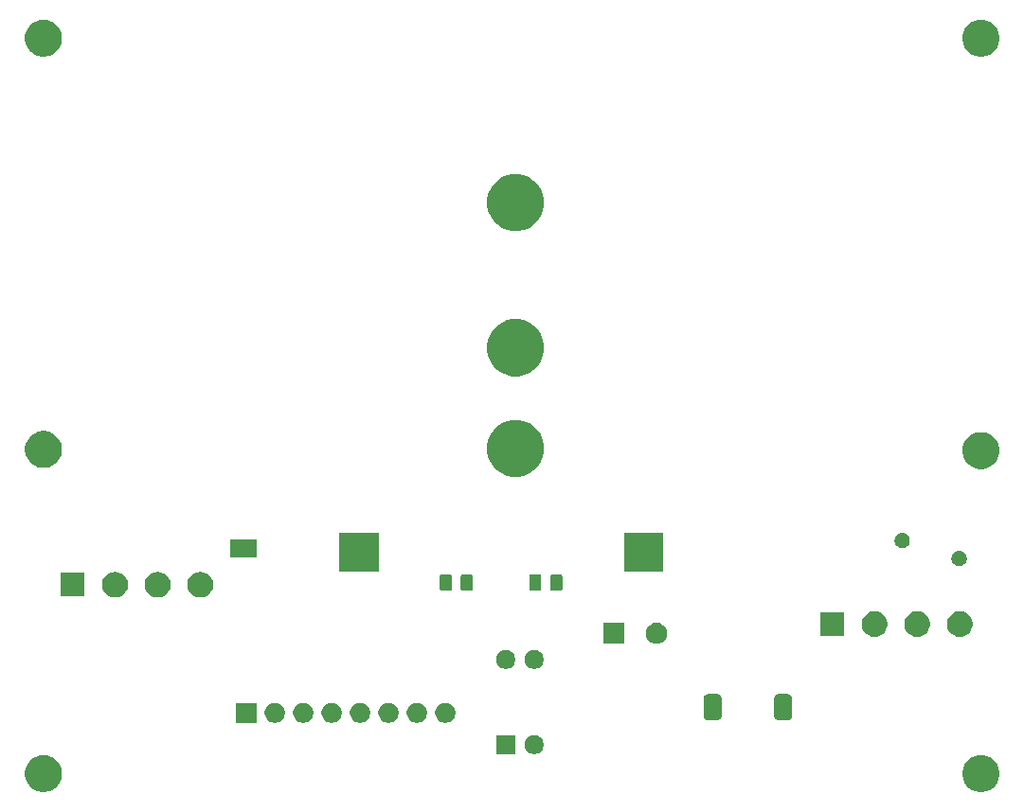
<source format=gbr>
G04 #@! TF.GenerationSoftware,KiCad,Pcbnew,(5.1.5)-3*
G04 #@! TF.CreationDate,2021-04-30T10:03:26+01:00*
G04 #@! TF.ProjectId,CurrentShuntCircuit,43757272-656e-4745-9368-756e74436972,1*
G04 #@! TF.SameCoordinates,Original*
G04 #@! TF.FileFunction,Soldermask,Top*
G04 #@! TF.FilePolarity,Negative*
%FSLAX46Y46*%
G04 Gerber Fmt 4.6, Leading zero omitted, Abs format (unit mm)*
G04 Created by KiCad (PCBNEW (5.1.5)-3) date 2021-04-30 10:03:26*
%MOMM*%
%LPD*%
G04 APERTURE LIST*
%ADD10C,0.100000*%
G04 APERTURE END LIST*
D10*
G36*
X227275256Y-125291298D02*
G01*
X227381579Y-125312447D01*
X227682042Y-125436903D01*
X227952451Y-125617585D01*
X228182415Y-125847549D01*
X228363097Y-126117958D01*
X228487553Y-126418421D01*
X228551000Y-126737391D01*
X228551000Y-127062609D01*
X228487553Y-127381579D01*
X228363097Y-127682042D01*
X228182415Y-127952451D01*
X227952451Y-128182415D01*
X227682042Y-128363097D01*
X227381579Y-128487553D01*
X227275256Y-128508702D01*
X227062611Y-128551000D01*
X226737389Y-128551000D01*
X226524744Y-128508702D01*
X226418421Y-128487553D01*
X226117958Y-128363097D01*
X225847549Y-128182415D01*
X225617585Y-127952451D01*
X225436903Y-127682042D01*
X225312447Y-127381579D01*
X225249000Y-127062609D01*
X225249000Y-126737391D01*
X225312447Y-126418421D01*
X225436903Y-126117958D01*
X225617585Y-125847549D01*
X225847549Y-125617585D01*
X226117958Y-125436903D01*
X226418421Y-125312447D01*
X226524744Y-125291298D01*
X226737389Y-125249000D01*
X227062611Y-125249000D01*
X227275256Y-125291298D01*
G37*
G36*
X143475256Y-125291298D02*
G01*
X143581579Y-125312447D01*
X143882042Y-125436903D01*
X144152451Y-125617585D01*
X144382415Y-125847549D01*
X144563097Y-126117958D01*
X144687553Y-126418421D01*
X144751000Y-126737391D01*
X144751000Y-127062609D01*
X144687553Y-127381579D01*
X144563097Y-127682042D01*
X144382415Y-127952451D01*
X144152451Y-128182415D01*
X143882042Y-128363097D01*
X143581579Y-128487553D01*
X143475256Y-128508702D01*
X143262611Y-128551000D01*
X142937389Y-128551000D01*
X142724744Y-128508702D01*
X142618421Y-128487553D01*
X142317958Y-128363097D01*
X142047549Y-128182415D01*
X141817585Y-127952451D01*
X141636903Y-127682042D01*
X141512447Y-127381579D01*
X141449000Y-127062609D01*
X141449000Y-126737391D01*
X141512447Y-126418421D01*
X141636903Y-126117958D01*
X141817585Y-125847549D01*
X142047549Y-125617585D01*
X142317958Y-125436903D01*
X142618421Y-125312447D01*
X142724744Y-125291298D01*
X142937389Y-125249000D01*
X143262611Y-125249000D01*
X143475256Y-125291298D01*
G37*
G36*
X185261000Y-125151000D02*
G01*
X183559000Y-125151000D01*
X183559000Y-123449000D01*
X185261000Y-123449000D01*
X185261000Y-125151000D01*
G37*
G36*
X187198228Y-123481703D02*
G01*
X187353100Y-123545853D01*
X187492481Y-123638985D01*
X187611015Y-123757519D01*
X187704147Y-123896900D01*
X187768297Y-124051772D01*
X187801000Y-124216184D01*
X187801000Y-124383816D01*
X187768297Y-124548228D01*
X187704147Y-124703100D01*
X187611015Y-124842481D01*
X187492481Y-124961015D01*
X187353100Y-125054147D01*
X187198228Y-125118297D01*
X187033816Y-125151000D01*
X186866184Y-125151000D01*
X186701772Y-125118297D01*
X186546900Y-125054147D01*
X186407519Y-124961015D01*
X186288985Y-124842481D01*
X186195853Y-124703100D01*
X186131703Y-124548228D01*
X186099000Y-124383816D01*
X186099000Y-124216184D01*
X186131703Y-124051772D01*
X186195853Y-123896900D01*
X186288985Y-123757519D01*
X186407519Y-123638985D01*
X186546900Y-123545853D01*
X186701772Y-123481703D01*
X186866184Y-123449000D01*
X187033816Y-123449000D01*
X187198228Y-123481703D01*
G37*
G36*
X171513512Y-120563927D02*
G01*
X171662812Y-120593624D01*
X171826784Y-120661544D01*
X171974354Y-120760147D01*
X172099853Y-120885646D01*
X172198456Y-121033216D01*
X172266376Y-121197188D01*
X172301000Y-121371259D01*
X172301000Y-121548741D01*
X172266376Y-121722812D01*
X172198456Y-121886784D01*
X172099853Y-122034354D01*
X171974354Y-122159853D01*
X171826784Y-122258456D01*
X171662812Y-122326376D01*
X171513512Y-122356073D01*
X171488742Y-122361000D01*
X171311258Y-122361000D01*
X171286488Y-122356073D01*
X171137188Y-122326376D01*
X170973216Y-122258456D01*
X170825646Y-122159853D01*
X170700147Y-122034354D01*
X170601544Y-121886784D01*
X170533624Y-121722812D01*
X170499000Y-121548741D01*
X170499000Y-121371259D01*
X170533624Y-121197188D01*
X170601544Y-121033216D01*
X170700147Y-120885646D01*
X170825646Y-120760147D01*
X170973216Y-120661544D01*
X171137188Y-120593624D01*
X171286488Y-120563927D01*
X171311258Y-120559000D01*
X171488742Y-120559000D01*
X171513512Y-120563927D01*
G37*
G36*
X162141000Y-122361000D02*
G01*
X160339000Y-122361000D01*
X160339000Y-120559000D01*
X162141000Y-120559000D01*
X162141000Y-122361000D01*
G37*
G36*
X163893512Y-120563927D02*
G01*
X164042812Y-120593624D01*
X164206784Y-120661544D01*
X164354354Y-120760147D01*
X164479853Y-120885646D01*
X164578456Y-121033216D01*
X164646376Y-121197188D01*
X164681000Y-121371259D01*
X164681000Y-121548741D01*
X164646376Y-121722812D01*
X164578456Y-121886784D01*
X164479853Y-122034354D01*
X164354354Y-122159853D01*
X164206784Y-122258456D01*
X164042812Y-122326376D01*
X163893512Y-122356073D01*
X163868742Y-122361000D01*
X163691258Y-122361000D01*
X163666488Y-122356073D01*
X163517188Y-122326376D01*
X163353216Y-122258456D01*
X163205646Y-122159853D01*
X163080147Y-122034354D01*
X162981544Y-121886784D01*
X162913624Y-121722812D01*
X162879000Y-121548741D01*
X162879000Y-121371259D01*
X162913624Y-121197188D01*
X162981544Y-121033216D01*
X163080147Y-120885646D01*
X163205646Y-120760147D01*
X163353216Y-120661544D01*
X163517188Y-120593624D01*
X163666488Y-120563927D01*
X163691258Y-120559000D01*
X163868742Y-120559000D01*
X163893512Y-120563927D01*
G37*
G36*
X166433512Y-120563927D02*
G01*
X166582812Y-120593624D01*
X166746784Y-120661544D01*
X166894354Y-120760147D01*
X167019853Y-120885646D01*
X167118456Y-121033216D01*
X167186376Y-121197188D01*
X167221000Y-121371259D01*
X167221000Y-121548741D01*
X167186376Y-121722812D01*
X167118456Y-121886784D01*
X167019853Y-122034354D01*
X166894354Y-122159853D01*
X166746784Y-122258456D01*
X166582812Y-122326376D01*
X166433512Y-122356073D01*
X166408742Y-122361000D01*
X166231258Y-122361000D01*
X166206488Y-122356073D01*
X166057188Y-122326376D01*
X165893216Y-122258456D01*
X165745646Y-122159853D01*
X165620147Y-122034354D01*
X165521544Y-121886784D01*
X165453624Y-121722812D01*
X165419000Y-121548741D01*
X165419000Y-121371259D01*
X165453624Y-121197188D01*
X165521544Y-121033216D01*
X165620147Y-120885646D01*
X165745646Y-120760147D01*
X165893216Y-120661544D01*
X166057188Y-120593624D01*
X166206488Y-120563927D01*
X166231258Y-120559000D01*
X166408742Y-120559000D01*
X166433512Y-120563927D01*
G37*
G36*
X168973512Y-120563927D02*
G01*
X169122812Y-120593624D01*
X169286784Y-120661544D01*
X169434354Y-120760147D01*
X169559853Y-120885646D01*
X169658456Y-121033216D01*
X169726376Y-121197188D01*
X169761000Y-121371259D01*
X169761000Y-121548741D01*
X169726376Y-121722812D01*
X169658456Y-121886784D01*
X169559853Y-122034354D01*
X169434354Y-122159853D01*
X169286784Y-122258456D01*
X169122812Y-122326376D01*
X168973512Y-122356073D01*
X168948742Y-122361000D01*
X168771258Y-122361000D01*
X168746488Y-122356073D01*
X168597188Y-122326376D01*
X168433216Y-122258456D01*
X168285646Y-122159853D01*
X168160147Y-122034354D01*
X168061544Y-121886784D01*
X167993624Y-121722812D01*
X167959000Y-121548741D01*
X167959000Y-121371259D01*
X167993624Y-121197188D01*
X168061544Y-121033216D01*
X168160147Y-120885646D01*
X168285646Y-120760147D01*
X168433216Y-120661544D01*
X168597188Y-120593624D01*
X168746488Y-120563927D01*
X168771258Y-120559000D01*
X168948742Y-120559000D01*
X168973512Y-120563927D01*
G37*
G36*
X174053512Y-120563927D02*
G01*
X174202812Y-120593624D01*
X174366784Y-120661544D01*
X174514354Y-120760147D01*
X174639853Y-120885646D01*
X174738456Y-121033216D01*
X174806376Y-121197188D01*
X174841000Y-121371259D01*
X174841000Y-121548741D01*
X174806376Y-121722812D01*
X174738456Y-121886784D01*
X174639853Y-122034354D01*
X174514354Y-122159853D01*
X174366784Y-122258456D01*
X174202812Y-122326376D01*
X174053512Y-122356073D01*
X174028742Y-122361000D01*
X173851258Y-122361000D01*
X173826488Y-122356073D01*
X173677188Y-122326376D01*
X173513216Y-122258456D01*
X173365646Y-122159853D01*
X173240147Y-122034354D01*
X173141544Y-121886784D01*
X173073624Y-121722812D01*
X173039000Y-121548741D01*
X173039000Y-121371259D01*
X173073624Y-121197188D01*
X173141544Y-121033216D01*
X173240147Y-120885646D01*
X173365646Y-120760147D01*
X173513216Y-120661544D01*
X173677188Y-120593624D01*
X173826488Y-120563927D01*
X173851258Y-120559000D01*
X174028742Y-120559000D01*
X174053512Y-120563927D01*
G37*
G36*
X176593512Y-120563927D02*
G01*
X176742812Y-120593624D01*
X176906784Y-120661544D01*
X177054354Y-120760147D01*
X177179853Y-120885646D01*
X177278456Y-121033216D01*
X177346376Y-121197188D01*
X177381000Y-121371259D01*
X177381000Y-121548741D01*
X177346376Y-121722812D01*
X177278456Y-121886784D01*
X177179853Y-122034354D01*
X177054354Y-122159853D01*
X176906784Y-122258456D01*
X176742812Y-122326376D01*
X176593512Y-122356073D01*
X176568742Y-122361000D01*
X176391258Y-122361000D01*
X176366488Y-122356073D01*
X176217188Y-122326376D01*
X176053216Y-122258456D01*
X175905646Y-122159853D01*
X175780147Y-122034354D01*
X175681544Y-121886784D01*
X175613624Y-121722812D01*
X175579000Y-121548741D01*
X175579000Y-121371259D01*
X175613624Y-121197188D01*
X175681544Y-121033216D01*
X175780147Y-120885646D01*
X175905646Y-120760147D01*
X176053216Y-120661544D01*
X176217188Y-120593624D01*
X176366488Y-120563927D01*
X176391258Y-120559000D01*
X176568742Y-120559000D01*
X176593512Y-120563927D01*
G37*
G36*
X179133512Y-120563927D02*
G01*
X179282812Y-120593624D01*
X179446784Y-120661544D01*
X179594354Y-120760147D01*
X179719853Y-120885646D01*
X179818456Y-121033216D01*
X179886376Y-121197188D01*
X179921000Y-121371259D01*
X179921000Y-121548741D01*
X179886376Y-121722812D01*
X179818456Y-121886784D01*
X179719853Y-122034354D01*
X179594354Y-122159853D01*
X179446784Y-122258456D01*
X179282812Y-122326376D01*
X179133512Y-122356073D01*
X179108742Y-122361000D01*
X178931258Y-122361000D01*
X178906488Y-122356073D01*
X178757188Y-122326376D01*
X178593216Y-122258456D01*
X178445646Y-122159853D01*
X178320147Y-122034354D01*
X178221544Y-121886784D01*
X178153624Y-121722812D01*
X178119000Y-121548741D01*
X178119000Y-121371259D01*
X178153624Y-121197188D01*
X178221544Y-121033216D01*
X178320147Y-120885646D01*
X178445646Y-120760147D01*
X178593216Y-120661544D01*
X178757188Y-120593624D01*
X178906488Y-120563927D01*
X178931258Y-120559000D01*
X179108742Y-120559000D01*
X179133512Y-120563927D01*
G37*
G36*
X209738823Y-119796087D02*
G01*
X209802111Y-119815286D01*
X209860449Y-119846468D01*
X209911575Y-119888425D01*
X209953532Y-119939551D01*
X209984714Y-119997889D01*
X210003913Y-120061177D01*
X210011000Y-120133138D01*
X210011000Y-121746862D01*
X210003913Y-121818823D01*
X209984714Y-121882111D01*
X209953532Y-121940449D01*
X209911575Y-121991575D01*
X209860449Y-122033532D01*
X209802111Y-122064714D01*
X209738823Y-122083913D01*
X209666862Y-122091000D01*
X208753138Y-122091000D01*
X208681177Y-122083913D01*
X208617889Y-122064714D01*
X208559551Y-122033532D01*
X208508425Y-121991575D01*
X208466468Y-121940449D01*
X208435286Y-121882111D01*
X208416087Y-121818823D01*
X208409000Y-121746862D01*
X208409000Y-120133138D01*
X208416087Y-120061177D01*
X208435286Y-119997889D01*
X208466468Y-119939551D01*
X208508425Y-119888425D01*
X208559551Y-119846468D01*
X208617889Y-119815286D01*
X208681177Y-119796087D01*
X208753138Y-119789000D01*
X209666862Y-119789000D01*
X209738823Y-119796087D01*
G37*
G36*
X203438823Y-119796087D02*
G01*
X203502111Y-119815286D01*
X203560449Y-119846468D01*
X203611575Y-119888425D01*
X203653532Y-119939551D01*
X203684714Y-119997889D01*
X203703913Y-120061177D01*
X203711000Y-120133138D01*
X203711000Y-121746862D01*
X203703913Y-121818823D01*
X203684714Y-121882111D01*
X203653532Y-121940449D01*
X203611575Y-121991575D01*
X203560449Y-122033532D01*
X203502111Y-122064714D01*
X203438823Y-122083913D01*
X203366862Y-122091000D01*
X202453138Y-122091000D01*
X202381177Y-122083913D01*
X202317889Y-122064714D01*
X202259551Y-122033532D01*
X202208425Y-121991575D01*
X202166468Y-121940449D01*
X202135286Y-121882111D01*
X202116087Y-121818823D01*
X202109000Y-121746862D01*
X202109000Y-120133138D01*
X202116087Y-120061177D01*
X202135286Y-119997889D01*
X202166468Y-119939551D01*
X202208425Y-119888425D01*
X202259551Y-119846468D01*
X202317889Y-119815286D01*
X202381177Y-119796087D01*
X202453138Y-119789000D01*
X203366862Y-119789000D01*
X203438823Y-119796087D01*
G37*
G36*
X184658228Y-115861703D02*
G01*
X184813100Y-115925853D01*
X184952481Y-116018985D01*
X185071015Y-116137519D01*
X185164147Y-116276900D01*
X185228297Y-116431772D01*
X185261000Y-116596184D01*
X185261000Y-116763816D01*
X185228297Y-116928228D01*
X185164147Y-117083100D01*
X185071015Y-117222481D01*
X184952481Y-117341015D01*
X184813100Y-117434147D01*
X184658228Y-117498297D01*
X184493816Y-117531000D01*
X184326184Y-117531000D01*
X184161772Y-117498297D01*
X184006900Y-117434147D01*
X183867519Y-117341015D01*
X183748985Y-117222481D01*
X183655853Y-117083100D01*
X183591703Y-116928228D01*
X183559000Y-116763816D01*
X183559000Y-116596184D01*
X183591703Y-116431772D01*
X183655853Y-116276900D01*
X183748985Y-116137519D01*
X183867519Y-116018985D01*
X184006900Y-115925853D01*
X184161772Y-115861703D01*
X184326184Y-115829000D01*
X184493816Y-115829000D01*
X184658228Y-115861703D01*
G37*
G36*
X187198228Y-115861703D02*
G01*
X187353100Y-115925853D01*
X187492481Y-116018985D01*
X187611015Y-116137519D01*
X187704147Y-116276900D01*
X187768297Y-116431772D01*
X187801000Y-116596184D01*
X187801000Y-116763816D01*
X187768297Y-116928228D01*
X187704147Y-117083100D01*
X187611015Y-117222481D01*
X187492481Y-117341015D01*
X187353100Y-117434147D01*
X187198228Y-117498297D01*
X187033816Y-117531000D01*
X186866184Y-117531000D01*
X186701772Y-117498297D01*
X186546900Y-117434147D01*
X186407519Y-117341015D01*
X186288985Y-117222481D01*
X186195853Y-117083100D01*
X186131703Y-116928228D01*
X186099000Y-116763816D01*
X186099000Y-116596184D01*
X186131703Y-116431772D01*
X186195853Y-116276900D01*
X186288985Y-116137519D01*
X186407519Y-116018985D01*
X186546900Y-115925853D01*
X186701772Y-115861703D01*
X186866184Y-115829000D01*
X187033816Y-115829000D01*
X187198228Y-115861703D01*
G37*
G36*
X195031000Y-115301000D02*
G01*
X193129000Y-115301000D01*
X193129000Y-113399000D01*
X195031000Y-113399000D01*
X195031000Y-115301000D01*
G37*
G36*
X198157395Y-113435546D02*
G01*
X198330466Y-113507234D01*
X198330467Y-113507235D01*
X198486227Y-113611310D01*
X198618690Y-113743773D01*
X198618691Y-113743775D01*
X198722766Y-113899534D01*
X198794454Y-114072605D01*
X198831000Y-114256333D01*
X198831000Y-114443667D01*
X198794454Y-114627395D01*
X198722766Y-114800466D01*
X198722765Y-114800467D01*
X198618690Y-114956227D01*
X198486227Y-115088690D01*
X198407818Y-115141081D01*
X198330466Y-115192766D01*
X198157395Y-115264454D01*
X197973667Y-115301000D01*
X197786333Y-115301000D01*
X197602605Y-115264454D01*
X197429534Y-115192766D01*
X197352182Y-115141081D01*
X197273773Y-115088690D01*
X197141310Y-114956227D01*
X197037235Y-114800467D01*
X197037234Y-114800466D01*
X196965546Y-114627395D01*
X196929000Y-114443667D01*
X196929000Y-114256333D01*
X196965546Y-114072605D01*
X197037234Y-113899534D01*
X197141309Y-113743775D01*
X197141310Y-113743773D01*
X197273773Y-113611310D01*
X197429533Y-113507235D01*
X197429534Y-113507234D01*
X197602605Y-113435546D01*
X197786333Y-113399000D01*
X197973667Y-113399000D01*
X198157395Y-113435546D01*
G37*
G36*
X225244549Y-112381116D02*
G01*
X225355734Y-112403232D01*
X225565203Y-112489997D01*
X225753720Y-112615960D01*
X225914040Y-112776280D01*
X226040003Y-112964797D01*
X226126768Y-113174266D01*
X226171000Y-113396636D01*
X226171000Y-113623364D01*
X226126768Y-113845734D01*
X226040003Y-114055203D01*
X225914040Y-114243720D01*
X225753720Y-114404040D01*
X225565203Y-114530003D01*
X225355734Y-114616768D01*
X225302308Y-114627395D01*
X225133365Y-114661000D01*
X224906635Y-114661000D01*
X224737692Y-114627395D01*
X224684266Y-114616768D01*
X224474797Y-114530003D01*
X224286280Y-114404040D01*
X224125960Y-114243720D01*
X223999997Y-114055203D01*
X223913232Y-113845734D01*
X223869000Y-113623364D01*
X223869000Y-113396636D01*
X223913232Y-113174266D01*
X223999997Y-112964797D01*
X224125960Y-112776280D01*
X224286280Y-112615960D01*
X224474797Y-112489997D01*
X224684266Y-112403232D01*
X224795451Y-112381116D01*
X224906635Y-112359000D01*
X225133365Y-112359000D01*
X225244549Y-112381116D01*
G37*
G36*
X221434549Y-112381116D02*
G01*
X221545734Y-112403232D01*
X221755203Y-112489997D01*
X221943720Y-112615960D01*
X222104040Y-112776280D01*
X222230003Y-112964797D01*
X222316768Y-113174266D01*
X222361000Y-113396636D01*
X222361000Y-113623364D01*
X222316768Y-113845734D01*
X222230003Y-114055203D01*
X222104040Y-114243720D01*
X221943720Y-114404040D01*
X221755203Y-114530003D01*
X221545734Y-114616768D01*
X221492308Y-114627395D01*
X221323365Y-114661000D01*
X221096635Y-114661000D01*
X220927692Y-114627395D01*
X220874266Y-114616768D01*
X220664797Y-114530003D01*
X220476280Y-114404040D01*
X220315960Y-114243720D01*
X220189997Y-114055203D01*
X220103232Y-113845734D01*
X220059000Y-113623364D01*
X220059000Y-113396636D01*
X220103232Y-113174266D01*
X220189997Y-112964797D01*
X220315960Y-112776280D01*
X220476280Y-112615960D01*
X220664797Y-112489997D01*
X220874266Y-112403232D01*
X220985451Y-112381116D01*
X221096635Y-112359000D01*
X221323365Y-112359000D01*
X221434549Y-112381116D01*
G37*
G36*
X217624549Y-112381116D02*
G01*
X217735734Y-112403232D01*
X217945203Y-112489997D01*
X218133720Y-112615960D01*
X218294040Y-112776280D01*
X218420003Y-112964797D01*
X218506768Y-113174266D01*
X218551000Y-113396636D01*
X218551000Y-113623364D01*
X218506768Y-113845734D01*
X218420003Y-114055203D01*
X218294040Y-114243720D01*
X218133720Y-114404040D01*
X217945203Y-114530003D01*
X217735734Y-114616768D01*
X217682308Y-114627395D01*
X217513365Y-114661000D01*
X217286635Y-114661000D01*
X217117692Y-114627395D01*
X217064266Y-114616768D01*
X216854797Y-114530003D01*
X216666280Y-114404040D01*
X216505960Y-114243720D01*
X216379997Y-114055203D01*
X216293232Y-113845734D01*
X216249000Y-113623364D01*
X216249000Y-113396636D01*
X216293232Y-113174266D01*
X216379997Y-112964797D01*
X216505960Y-112776280D01*
X216666280Y-112615960D01*
X216854797Y-112489997D01*
X217064266Y-112403232D01*
X217175451Y-112381116D01*
X217286635Y-112359000D01*
X217513365Y-112359000D01*
X217624549Y-112381116D01*
G37*
G36*
X214641000Y-114561000D02*
G01*
X212539000Y-114561000D01*
X212539000Y-112459000D01*
X214641000Y-112459000D01*
X214641000Y-114561000D01*
G37*
G36*
X153534549Y-108871116D02*
G01*
X153645734Y-108893232D01*
X153855203Y-108979997D01*
X154043720Y-109105960D01*
X154204040Y-109266280D01*
X154330003Y-109454797D01*
X154416768Y-109664266D01*
X154461000Y-109886636D01*
X154461000Y-110113364D01*
X154416768Y-110335734D01*
X154330003Y-110545203D01*
X154204040Y-110733720D01*
X154043720Y-110894040D01*
X153855203Y-111020003D01*
X153645734Y-111106768D01*
X153534549Y-111128884D01*
X153423365Y-111151000D01*
X153196635Y-111151000D01*
X153085451Y-111128884D01*
X152974266Y-111106768D01*
X152764797Y-111020003D01*
X152576280Y-110894040D01*
X152415960Y-110733720D01*
X152289997Y-110545203D01*
X152203232Y-110335734D01*
X152159000Y-110113364D01*
X152159000Y-109886636D01*
X152203232Y-109664266D01*
X152289997Y-109454797D01*
X152415960Y-109266280D01*
X152576280Y-109105960D01*
X152764797Y-108979997D01*
X152974266Y-108893232D01*
X153085451Y-108871116D01*
X153196635Y-108849000D01*
X153423365Y-108849000D01*
X153534549Y-108871116D01*
G37*
G36*
X157344549Y-108871116D02*
G01*
X157455734Y-108893232D01*
X157665203Y-108979997D01*
X157853720Y-109105960D01*
X158014040Y-109266280D01*
X158140003Y-109454797D01*
X158226768Y-109664266D01*
X158271000Y-109886636D01*
X158271000Y-110113364D01*
X158226768Y-110335734D01*
X158140003Y-110545203D01*
X158014040Y-110733720D01*
X157853720Y-110894040D01*
X157665203Y-111020003D01*
X157455734Y-111106768D01*
X157344549Y-111128884D01*
X157233365Y-111151000D01*
X157006635Y-111151000D01*
X156895451Y-111128884D01*
X156784266Y-111106768D01*
X156574797Y-111020003D01*
X156386280Y-110894040D01*
X156225960Y-110733720D01*
X156099997Y-110545203D01*
X156013232Y-110335734D01*
X155969000Y-110113364D01*
X155969000Y-109886636D01*
X156013232Y-109664266D01*
X156099997Y-109454797D01*
X156225960Y-109266280D01*
X156386280Y-109105960D01*
X156574797Y-108979997D01*
X156784266Y-108893232D01*
X156895451Y-108871116D01*
X157006635Y-108849000D01*
X157233365Y-108849000D01*
X157344549Y-108871116D01*
G37*
G36*
X149724549Y-108871116D02*
G01*
X149835734Y-108893232D01*
X150045203Y-108979997D01*
X150233720Y-109105960D01*
X150394040Y-109266280D01*
X150520003Y-109454797D01*
X150606768Y-109664266D01*
X150651000Y-109886636D01*
X150651000Y-110113364D01*
X150606768Y-110335734D01*
X150520003Y-110545203D01*
X150394040Y-110733720D01*
X150233720Y-110894040D01*
X150045203Y-111020003D01*
X149835734Y-111106768D01*
X149724549Y-111128884D01*
X149613365Y-111151000D01*
X149386635Y-111151000D01*
X149275451Y-111128884D01*
X149164266Y-111106768D01*
X148954797Y-111020003D01*
X148766280Y-110894040D01*
X148605960Y-110733720D01*
X148479997Y-110545203D01*
X148393232Y-110335734D01*
X148349000Y-110113364D01*
X148349000Y-109886636D01*
X148393232Y-109664266D01*
X148479997Y-109454797D01*
X148605960Y-109266280D01*
X148766280Y-109105960D01*
X148954797Y-108979997D01*
X149164266Y-108893232D01*
X149275451Y-108871116D01*
X149386635Y-108849000D01*
X149613365Y-108849000D01*
X149724549Y-108871116D01*
G37*
G36*
X146741000Y-111051000D02*
G01*
X144639000Y-111051000D01*
X144639000Y-108949000D01*
X146741000Y-108949000D01*
X146741000Y-111051000D01*
G37*
G36*
X187434468Y-109053565D02*
G01*
X187473138Y-109065296D01*
X187508777Y-109084346D01*
X187540017Y-109109983D01*
X187565654Y-109141223D01*
X187584704Y-109176862D01*
X187596435Y-109215532D01*
X187601000Y-109261888D01*
X187601000Y-110338112D01*
X187596435Y-110384468D01*
X187584704Y-110423138D01*
X187565654Y-110458777D01*
X187540017Y-110490017D01*
X187508777Y-110515654D01*
X187473138Y-110534704D01*
X187434468Y-110546435D01*
X187388112Y-110551000D01*
X186736888Y-110551000D01*
X186690532Y-110546435D01*
X186651862Y-110534704D01*
X186616223Y-110515654D01*
X186584983Y-110490017D01*
X186559346Y-110458777D01*
X186540296Y-110423138D01*
X186528565Y-110384468D01*
X186524000Y-110338112D01*
X186524000Y-109261888D01*
X186528565Y-109215532D01*
X186540296Y-109176862D01*
X186559346Y-109141223D01*
X186584983Y-109109983D01*
X186616223Y-109084346D01*
X186651862Y-109065296D01*
X186690532Y-109053565D01*
X186736888Y-109049000D01*
X187388112Y-109049000D01*
X187434468Y-109053565D01*
G37*
G36*
X189309468Y-109053565D02*
G01*
X189348138Y-109065296D01*
X189383777Y-109084346D01*
X189415017Y-109109983D01*
X189440654Y-109141223D01*
X189459704Y-109176862D01*
X189471435Y-109215532D01*
X189476000Y-109261888D01*
X189476000Y-110338112D01*
X189471435Y-110384468D01*
X189459704Y-110423138D01*
X189440654Y-110458777D01*
X189415017Y-110490017D01*
X189383777Y-110515654D01*
X189348138Y-110534704D01*
X189309468Y-110546435D01*
X189263112Y-110551000D01*
X188611888Y-110551000D01*
X188565532Y-110546435D01*
X188526862Y-110534704D01*
X188491223Y-110515654D01*
X188459983Y-110490017D01*
X188434346Y-110458777D01*
X188415296Y-110423138D01*
X188403565Y-110384468D01*
X188399000Y-110338112D01*
X188399000Y-109261888D01*
X188403565Y-109215532D01*
X188415296Y-109176862D01*
X188434346Y-109141223D01*
X188459983Y-109109983D01*
X188491223Y-109084346D01*
X188526862Y-109065296D01*
X188565532Y-109053565D01*
X188611888Y-109049000D01*
X189263112Y-109049000D01*
X189309468Y-109053565D01*
G37*
G36*
X179434468Y-109053565D02*
G01*
X179473138Y-109065296D01*
X179508777Y-109084346D01*
X179540017Y-109109983D01*
X179565654Y-109141223D01*
X179584704Y-109176862D01*
X179596435Y-109215532D01*
X179601000Y-109261888D01*
X179601000Y-110338112D01*
X179596435Y-110384468D01*
X179584704Y-110423138D01*
X179565654Y-110458777D01*
X179540017Y-110490017D01*
X179508777Y-110515654D01*
X179473138Y-110534704D01*
X179434468Y-110546435D01*
X179388112Y-110551000D01*
X178736888Y-110551000D01*
X178690532Y-110546435D01*
X178651862Y-110534704D01*
X178616223Y-110515654D01*
X178584983Y-110490017D01*
X178559346Y-110458777D01*
X178540296Y-110423138D01*
X178528565Y-110384468D01*
X178524000Y-110338112D01*
X178524000Y-109261888D01*
X178528565Y-109215532D01*
X178540296Y-109176862D01*
X178559346Y-109141223D01*
X178584983Y-109109983D01*
X178616223Y-109084346D01*
X178651862Y-109065296D01*
X178690532Y-109053565D01*
X178736888Y-109049000D01*
X179388112Y-109049000D01*
X179434468Y-109053565D01*
G37*
G36*
X181309468Y-109053565D02*
G01*
X181348138Y-109065296D01*
X181383777Y-109084346D01*
X181415017Y-109109983D01*
X181440654Y-109141223D01*
X181459704Y-109176862D01*
X181471435Y-109215532D01*
X181476000Y-109261888D01*
X181476000Y-110338112D01*
X181471435Y-110384468D01*
X181459704Y-110423138D01*
X181440654Y-110458777D01*
X181415017Y-110490017D01*
X181383777Y-110515654D01*
X181348138Y-110534704D01*
X181309468Y-110546435D01*
X181263112Y-110551000D01*
X180611888Y-110551000D01*
X180565532Y-110546435D01*
X180526862Y-110534704D01*
X180491223Y-110515654D01*
X180459983Y-110490017D01*
X180434346Y-110458777D01*
X180415296Y-110423138D01*
X180403565Y-110384468D01*
X180399000Y-110338112D01*
X180399000Y-109261888D01*
X180403565Y-109215532D01*
X180415296Y-109176862D01*
X180434346Y-109141223D01*
X180459983Y-109109983D01*
X180491223Y-109084346D01*
X180526862Y-109065296D01*
X180565532Y-109053565D01*
X180611888Y-109049000D01*
X181263112Y-109049000D01*
X181309468Y-109053565D01*
G37*
G36*
X173050000Y-108850000D02*
G01*
X169550000Y-108850000D01*
X169550000Y-105350000D01*
X173050000Y-105350000D01*
X173050000Y-108850000D01*
G37*
G36*
X198500000Y-108850000D02*
G01*
X195000000Y-108850000D01*
X195000000Y-105350000D01*
X198500000Y-105350000D01*
X198500000Y-108850000D01*
G37*
G36*
X225150098Y-106970362D02*
G01*
X225274941Y-107022074D01*
X225274943Y-107022075D01*
X225387299Y-107097149D01*
X225482851Y-107192701D01*
X225557926Y-107305059D01*
X225609638Y-107429902D01*
X225636000Y-107562434D01*
X225636000Y-107697566D01*
X225609638Y-107830098D01*
X225557926Y-107954941D01*
X225557925Y-107954943D01*
X225482851Y-108067299D01*
X225387299Y-108162851D01*
X225274943Y-108237925D01*
X225274942Y-108237926D01*
X225274941Y-108237926D01*
X225150098Y-108289638D01*
X225017566Y-108316000D01*
X224882434Y-108316000D01*
X224749902Y-108289638D01*
X224625059Y-108237926D01*
X224625058Y-108237926D01*
X224625057Y-108237925D01*
X224512701Y-108162851D01*
X224417149Y-108067299D01*
X224342075Y-107954943D01*
X224342074Y-107954941D01*
X224290362Y-107830098D01*
X224264000Y-107697566D01*
X224264000Y-107562434D01*
X224290362Y-107429902D01*
X224342074Y-107305059D01*
X224417149Y-107192701D01*
X224512701Y-107097149D01*
X224625057Y-107022075D01*
X224625059Y-107022074D01*
X224749902Y-106970362D01*
X224882434Y-106944000D01*
X225017566Y-106944000D01*
X225150098Y-106970362D01*
G37*
G36*
X162201000Y-107551000D02*
G01*
X159799000Y-107551000D01*
X159799000Y-105949000D01*
X162201000Y-105949000D01*
X162201000Y-107551000D01*
G37*
G36*
X220050098Y-105370362D02*
G01*
X220174941Y-105422074D01*
X220174943Y-105422075D01*
X220287299Y-105497149D01*
X220382851Y-105592701D01*
X220457926Y-105705059D01*
X220509638Y-105829902D01*
X220536000Y-105962434D01*
X220536000Y-106097566D01*
X220509638Y-106230098D01*
X220457926Y-106354941D01*
X220457925Y-106354943D01*
X220382851Y-106467299D01*
X220287299Y-106562851D01*
X220174943Y-106637925D01*
X220174942Y-106637926D01*
X220174941Y-106637926D01*
X220050098Y-106689638D01*
X219917566Y-106716000D01*
X219782434Y-106716000D01*
X219649902Y-106689638D01*
X219525059Y-106637926D01*
X219525058Y-106637926D01*
X219525057Y-106637925D01*
X219412701Y-106562851D01*
X219317149Y-106467299D01*
X219242075Y-106354943D01*
X219242074Y-106354941D01*
X219190362Y-106230098D01*
X219164000Y-106097566D01*
X219164000Y-105962434D01*
X219190362Y-105829902D01*
X219242074Y-105705059D01*
X219317149Y-105592701D01*
X219412701Y-105497149D01*
X219525057Y-105422075D01*
X219525059Y-105422074D01*
X219649902Y-105370362D01*
X219782434Y-105344000D01*
X219917566Y-105344000D01*
X220050098Y-105370362D01*
G37*
G36*
X186044098Y-95347033D02*
G01*
X186508350Y-95539332D01*
X186508352Y-95539333D01*
X186926168Y-95818509D01*
X187281491Y-96173832D01*
X187560667Y-96591648D01*
X187560668Y-96591650D01*
X187752967Y-97055902D01*
X187851000Y-97548747D01*
X187851000Y-98051253D01*
X187752967Y-98544098D01*
X187583823Y-98952449D01*
X187560667Y-99008352D01*
X187281491Y-99426168D01*
X186926168Y-99781491D01*
X186508352Y-100060667D01*
X186508351Y-100060668D01*
X186508350Y-100060668D01*
X186044098Y-100252967D01*
X185551253Y-100351000D01*
X185048747Y-100351000D01*
X184555902Y-100252967D01*
X184091650Y-100060668D01*
X184091649Y-100060668D01*
X184091648Y-100060667D01*
X183673832Y-99781491D01*
X183318509Y-99426168D01*
X183039333Y-99008352D01*
X183016177Y-98952449D01*
X182847033Y-98544098D01*
X182749000Y-98051253D01*
X182749000Y-97548747D01*
X182847033Y-97055902D01*
X183039332Y-96591650D01*
X183039333Y-96591648D01*
X183318509Y-96173832D01*
X183673832Y-95818509D01*
X184091648Y-95539333D01*
X184091650Y-95539332D01*
X184555902Y-95347033D01*
X185048747Y-95249000D01*
X185551253Y-95249000D01*
X186044098Y-95347033D01*
G37*
G36*
X227275256Y-96391298D02*
G01*
X227381579Y-96412447D01*
X227682042Y-96536903D01*
X227952451Y-96717585D01*
X228182415Y-96947549D01*
X228363097Y-97217958D01*
X228446132Y-97418421D01*
X228487553Y-97518422D01*
X228531109Y-97737389D01*
X228551000Y-97837391D01*
X228551000Y-98162609D01*
X228487553Y-98481579D01*
X228363097Y-98782042D01*
X228182415Y-99052451D01*
X227952451Y-99282415D01*
X227682042Y-99463097D01*
X227381579Y-99587553D01*
X227275256Y-99608702D01*
X227062611Y-99651000D01*
X226737389Y-99651000D01*
X226524744Y-99608702D01*
X226418421Y-99587553D01*
X226117958Y-99463097D01*
X225847549Y-99282415D01*
X225617585Y-99052451D01*
X225436903Y-98782042D01*
X225312447Y-98481579D01*
X225249000Y-98162609D01*
X225249000Y-97837391D01*
X225268892Y-97737389D01*
X225312447Y-97518422D01*
X225353869Y-97418421D01*
X225436903Y-97217958D01*
X225617585Y-96947549D01*
X225847549Y-96717585D01*
X226117958Y-96536903D01*
X226418421Y-96412447D01*
X226524744Y-96391298D01*
X226737389Y-96349000D01*
X227062611Y-96349000D01*
X227275256Y-96391298D01*
G37*
G36*
X143475256Y-96291298D02*
G01*
X143581579Y-96312447D01*
X143882042Y-96436903D01*
X144152451Y-96617585D01*
X144382415Y-96847549D01*
X144521632Y-97055902D01*
X144563098Y-97117960D01*
X144687553Y-97418422D01*
X144751000Y-97737389D01*
X144751000Y-98062611D01*
X144708702Y-98275256D01*
X144687553Y-98381579D01*
X144563097Y-98682042D01*
X144382415Y-98952451D01*
X144152451Y-99182415D01*
X143882042Y-99363097D01*
X143581579Y-99487553D01*
X143475256Y-99508702D01*
X143262611Y-99551000D01*
X142937389Y-99551000D01*
X142724744Y-99508702D01*
X142618421Y-99487553D01*
X142317958Y-99363097D01*
X142047549Y-99182415D01*
X141817585Y-98952451D01*
X141636903Y-98682042D01*
X141512447Y-98381579D01*
X141491298Y-98275256D01*
X141449000Y-98062611D01*
X141449000Y-97737389D01*
X141512447Y-97418422D01*
X141636902Y-97117960D01*
X141678368Y-97055902D01*
X141817585Y-96847549D01*
X142047549Y-96617585D01*
X142317958Y-96436903D01*
X142618421Y-96312447D01*
X142724744Y-96291298D01*
X142937389Y-96249000D01*
X143262611Y-96249000D01*
X143475256Y-96291298D01*
G37*
G36*
X186044098Y-86347033D02*
G01*
X186508350Y-86539332D01*
X186508352Y-86539333D01*
X186926168Y-86818509D01*
X187281491Y-87173832D01*
X187560667Y-87591648D01*
X187560668Y-87591650D01*
X187752967Y-88055902D01*
X187851000Y-88548747D01*
X187851000Y-89051253D01*
X187752967Y-89544098D01*
X187560668Y-90008350D01*
X187560667Y-90008352D01*
X187281491Y-90426168D01*
X186926168Y-90781491D01*
X186508352Y-91060667D01*
X186508351Y-91060668D01*
X186508350Y-91060668D01*
X186044098Y-91252967D01*
X185551253Y-91351000D01*
X185048747Y-91351000D01*
X184555902Y-91252967D01*
X184091650Y-91060668D01*
X184091649Y-91060668D01*
X184091648Y-91060667D01*
X183673832Y-90781491D01*
X183318509Y-90426168D01*
X183039333Y-90008352D01*
X183039332Y-90008350D01*
X182847033Y-89544098D01*
X182749000Y-89051253D01*
X182749000Y-88548747D01*
X182847033Y-88055902D01*
X183039332Y-87591650D01*
X183039333Y-87591648D01*
X183318509Y-87173832D01*
X183673832Y-86818509D01*
X184091648Y-86539333D01*
X184091650Y-86539332D01*
X184555902Y-86347033D01*
X185048747Y-86249000D01*
X185551253Y-86249000D01*
X186044098Y-86347033D01*
G37*
G36*
X186044098Y-73347033D02*
G01*
X186508350Y-73539332D01*
X186508352Y-73539333D01*
X186926168Y-73818509D01*
X187281491Y-74173832D01*
X187560667Y-74591648D01*
X187560668Y-74591650D01*
X187752967Y-75055902D01*
X187851000Y-75548747D01*
X187851000Y-76051253D01*
X187752967Y-76544098D01*
X187560668Y-77008350D01*
X187560667Y-77008352D01*
X187281491Y-77426168D01*
X186926168Y-77781491D01*
X186508352Y-78060667D01*
X186508351Y-78060668D01*
X186508350Y-78060668D01*
X186044098Y-78252967D01*
X185551253Y-78351000D01*
X185048747Y-78351000D01*
X184555902Y-78252967D01*
X184091650Y-78060668D01*
X184091649Y-78060668D01*
X184091648Y-78060667D01*
X183673832Y-77781491D01*
X183318509Y-77426168D01*
X183039333Y-77008352D01*
X183039332Y-77008350D01*
X182847033Y-76544098D01*
X182749000Y-76051253D01*
X182749000Y-75548747D01*
X182847033Y-75055902D01*
X183039332Y-74591650D01*
X183039333Y-74591648D01*
X183318509Y-74173832D01*
X183673832Y-73818509D01*
X184091648Y-73539333D01*
X184091650Y-73539332D01*
X184555902Y-73347033D01*
X185048747Y-73249000D01*
X185551253Y-73249000D01*
X186044098Y-73347033D01*
G37*
G36*
X227275256Y-59491298D02*
G01*
X227381579Y-59512447D01*
X227682042Y-59636903D01*
X227952451Y-59817585D01*
X228182415Y-60047549D01*
X228363097Y-60317958D01*
X228487553Y-60618421D01*
X228551000Y-60937391D01*
X228551000Y-61262609D01*
X228487553Y-61581579D01*
X228363097Y-61882042D01*
X228182415Y-62152451D01*
X227952451Y-62382415D01*
X227682042Y-62563097D01*
X227381579Y-62687553D01*
X227275256Y-62708702D01*
X227062611Y-62751000D01*
X226737389Y-62751000D01*
X226524744Y-62708702D01*
X226418421Y-62687553D01*
X226117958Y-62563097D01*
X225847549Y-62382415D01*
X225617585Y-62152451D01*
X225436903Y-61882042D01*
X225312447Y-61581579D01*
X225249000Y-61262609D01*
X225249000Y-60937391D01*
X225312447Y-60618421D01*
X225436903Y-60317958D01*
X225617585Y-60047549D01*
X225847549Y-59817585D01*
X226117958Y-59636903D01*
X226418421Y-59512447D01*
X226524744Y-59491298D01*
X226737389Y-59449000D01*
X227062611Y-59449000D01*
X227275256Y-59491298D01*
G37*
G36*
X143475256Y-59491298D02*
G01*
X143581579Y-59512447D01*
X143882042Y-59636903D01*
X144152451Y-59817585D01*
X144382415Y-60047549D01*
X144563097Y-60317958D01*
X144687553Y-60618421D01*
X144751000Y-60937391D01*
X144751000Y-61262609D01*
X144687553Y-61581579D01*
X144563097Y-61882042D01*
X144382415Y-62152451D01*
X144152451Y-62382415D01*
X143882042Y-62563097D01*
X143581579Y-62687553D01*
X143475256Y-62708702D01*
X143262611Y-62751000D01*
X142937389Y-62751000D01*
X142724744Y-62708702D01*
X142618421Y-62687553D01*
X142317958Y-62563097D01*
X142047549Y-62382415D01*
X141817585Y-62152451D01*
X141636903Y-61882042D01*
X141512447Y-61581579D01*
X141449000Y-61262609D01*
X141449000Y-60937391D01*
X141512447Y-60618421D01*
X141636903Y-60317958D01*
X141817585Y-60047549D01*
X142047549Y-59817585D01*
X142317958Y-59636903D01*
X142618421Y-59512447D01*
X142724744Y-59491298D01*
X142937389Y-59449000D01*
X143262611Y-59449000D01*
X143475256Y-59491298D01*
G37*
M02*

</source>
